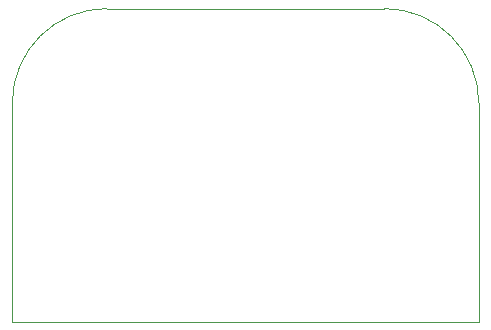
<source format=gbr>
%TF.GenerationSoftware,KiCad,Pcbnew,8.0.2*%
%TF.CreationDate,2024-12-24T23:24:08+01:00*%
%TF.ProjectId,PointControl,506f696e-7443-46f6-9e74-726f6c2e6b69,rev?*%
%TF.SameCoordinates,Original*%
%TF.FileFunction,Profile,NP*%
%FSLAX46Y46*%
G04 Gerber Fmt 4.6, Leading zero omitted, Abs format (unit mm)*
G04 Created by KiCad (PCBNEW 8.0.2) date 2024-12-24 23:24:08*
%MOMM*%
%LPD*%
G01*
G04 APERTURE LIST*
%TA.AperFunction,Profile*%
%ADD10C,0.100000*%
%TD*%
G04 APERTURE END LIST*
D10*
X167500000Y-73500000D02*
G75*
G02*
X175500000Y-81500000I0J-8000000D01*
G01*
X136000000Y-81500000D02*
G75*
G02*
X144000000Y-73500000I8000000J0D01*
G01*
X136000000Y-100000000D02*
X136000000Y-81500000D01*
X175500000Y-100000000D02*
X136000000Y-100000000D01*
X144000000Y-73500000D02*
X167500000Y-73500000D01*
X175500000Y-81500000D02*
X175500000Y-100000000D01*
M02*

</source>
